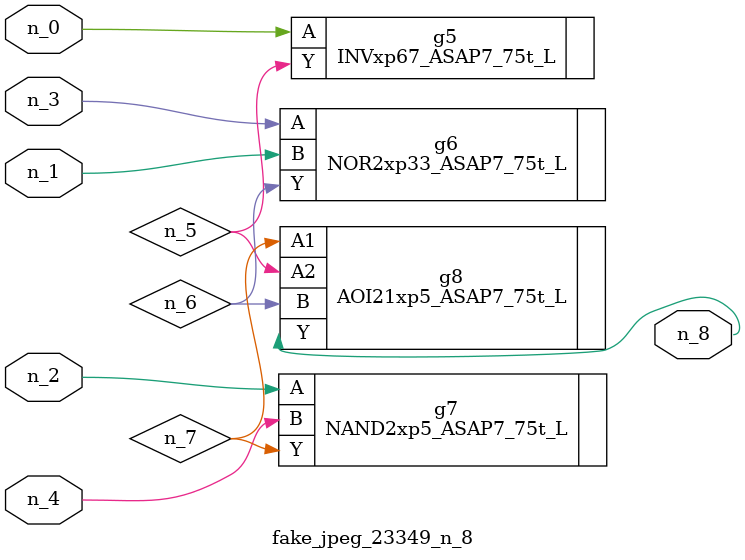
<source format=v>
module fake_jpeg_23349_n_8 (n_3, n_2, n_1, n_0, n_4, n_8);

input n_3;
input n_2;
input n_1;
input n_0;
input n_4;

output n_8;

wire n_6;
wire n_5;
wire n_7;

INVxp67_ASAP7_75t_L g5 ( 
.A(n_0),
.Y(n_5)
);

NOR2xp33_ASAP7_75t_L g6 ( 
.A(n_3),
.B(n_1),
.Y(n_6)
);

NAND2xp5_ASAP7_75t_L g7 ( 
.A(n_2),
.B(n_4),
.Y(n_7)
);

AOI21xp5_ASAP7_75t_L g8 ( 
.A1(n_7),
.A2(n_5),
.B(n_6),
.Y(n_8)
);


endmodule
</source>
